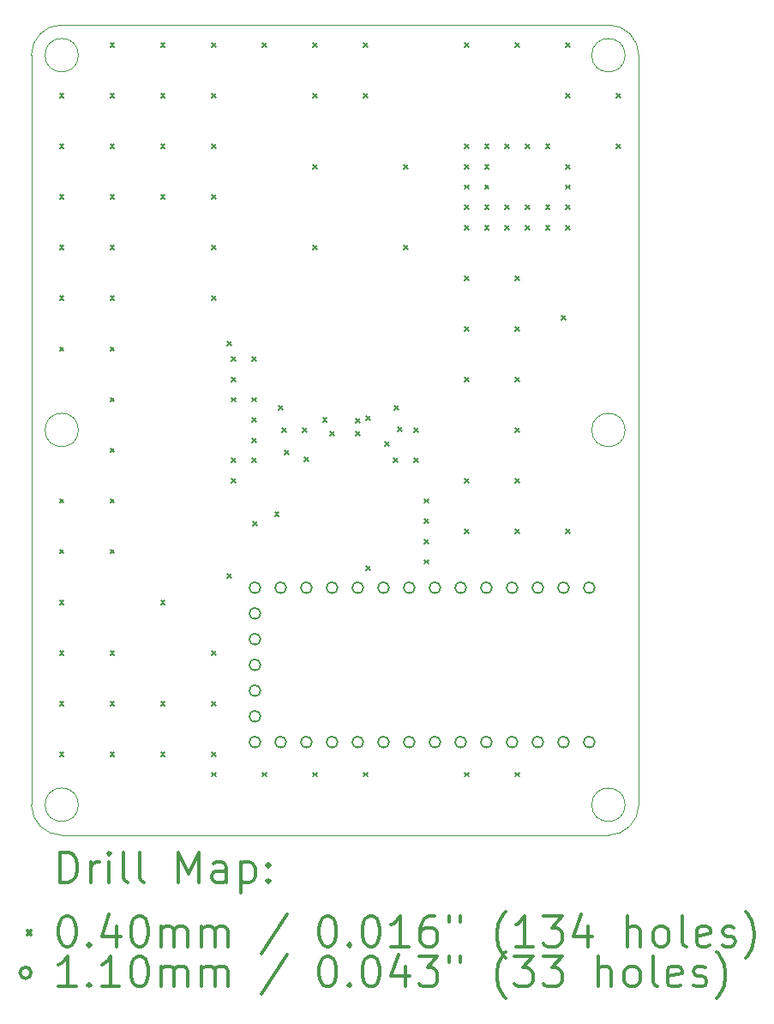
<source format=gbr>
%FSLAX45Y45*%
G04 Gerber Fmt 4.5, Leading zero omitted, Abs format (unit mm)*
G04 Created by KiCad (PCBNEW (5.1.9)-1) date 2021-08-06 16:11:33*
%MOMM*%
%LPD*%
G01*
G04 APERTURE LIST*
%TA.AperFunction,Profile*%
%ADD10C,0.050000*%
%TD*%
%ADD11C,0.200000*%
%ADD12C,0.300000*%
G04 APERTURE END LIST*
D10*
X11465000Y-10000000D02*
G75*
G03*
X11465000Y-10000000I-165000J0D01*
G01*
X16865000Y-10000000D02*
G75*
G03*
X16865000Y-10000000I-165000J0D01*
G01*
X16865000Y-13700000D02*
G75*
G03*
X16865000Y-13700000I-165000J0D01*
G01*
X11465000Y-13700000D02*
G75*
G03*
X11465000Y-13700000I-165000J0D01*
G01*
X11465000Y-6300000D02*
G75*
G03*
X11465000Y-6300000I-165000J0D01*
G01*
X16865000Y-6300000D02*
G75*
G03*
X16865000Y-6300000I-165000J0D01*
G01*
X11300000Y-14000000D02*
X16700000Y-14000000D01*
X11000000Y-6300000D02*
X11000000Y-13700000D01*
X16700000Y-6000000D02*
X11300000Y-6000000D01*
X17000000Y-13700000D02*
G75*
G02*
X16700000Y-14000000I-300000J0D01*
G01*
X17000000Y-6300000D02*
X17000000Y-13700000D01*
X11300000Y-14000000D02*
G75*
G02*
X11000000Y-13700000I0J300000D01*
G01*
X16700000Y-6000000D02*
G75*
G02*
X17000000Y-6300000I0J-300000D01*
G01*
X11000000Y-6300000D02*
G75*
G02*
X11300000Y-6000000I300000J0D01*
G01*
D11*
X11280000Y-6680000D02*
X11320000Y-6720000D01*
X11320000Y-6680000D02*
X11280000Y-6720000D01*
X11280000Y-7180000D02*
X11320000Y-7220000D01*
X11320000Y-7180000D02*
X11280000Y-7220000D01*
X11280000Y-7680000D02*
X11320000Y-7720000D01*
X11320000Y-7680000D02*
X11280000Y-7720000D01*
X11280000Y-8180000D02*
X11320000Y-8220000D01*
X11320000Y-8180000D02*
X11280000Y-8220000D01*
X11280000Y-8680000D02*
X11320000Y-8720000D01*
X11320000Y-8680000D02*
X11280000Y-8720000D01*
X11280000Y-9180000D02*
X11320000Y-9220000D01*
X11320000Y-9180000D02*
X11280000Y-9220000D01*
X11280000Y-10680000D02*
X11320000Y-10720000D01*
X11320000Y-10680000D02*
X11280000Y-10720000D01*
X11280000Y-11180000D02*
X11320000Y-11220000D01*
X11320000Y-11180000D02*
X11280000Y-11220000D01*
X11280000Y-11680000D02*
X11320000Y-11720000D01*
X11320000Y-11680000D02*
X11280000Y-11720000D01*
X11280000Y-12180000D02*
X11320000Y-12220000D01*
X11320000Y-12180000D02*
X11280000Y-12220000D01*
X11280000Y-12680000D02*
X11320000Y-12720000D01*
X11320000Y-12680000D02*
X11280000Y-12720000D01*
X11280000Y-13180000D02*
X11320000Y-13220000D01*
X11320000Y-13180000D02*
X11280000Y-13220000D01*
X11780000Y-6180000D02*
X11820000Y-6220000D01*
X11820000Y-6180000D02*
X11780000Y-6220000D01*
X11780000Y-6680000D02*
X11820000Y-6720000D01*
X11820000Y-6680000D02*
X11780000Y-6720000D01*
X11780000Y-7180000D02*
X11820000Y-7220000D01*
X11820000Y-7180000D02*
X11780000Y-7220000D01*
X11780000Y-7680000D02*
X11820000Y-7720000D01*
X11820000Y-7680000D02*
X11780000Y-7720000D01*
X11780000Y-8180000D02*
X11820000Y-8220000D01*
X11820000Y-8180000D02*
X11780000Y-8220000D01*
X11780000Y-8680000D02*
X11820000Y-8720000D01*
X11820000Y-8680000D02*
X11780000Y-8720000D01*
X11780000Y-9180000D02*
X11820000Y-9220000D01*
X11820000Y-9180000D02*
X11780000Y-9220000D01*
X11780000Y-9680000D02*
X11820000Y-9720000D01*
X11820000Y-9680000D02*
X11780000Y-9720000D01*
X11780000Y-10180000D02*
X11820000Y-10220000D01*
X11820000Y-10180000D02*
X11780000Y-10220000D01*
X11780000Y-10680000D02*
X11820000Y-10720000D01*
X11820000Y-10680000D02*
X11780000Y-10720000D01*
X11780000Y-11180000D02*
X11820000Y-11220000D01*
X11820000Y-11180000D02*
X11780000Y-11220000D01*
X11780000Y-12180000D02*
X11820000Y-12220000D01*
X11820000Y-12180000D02*
X11780000Y-12220000D01*
X11780000Y-12680000D02*
X11820000Y-12720000D01*
X11820000Y-12680000D02*
X11780000Y-12720000D01*
X11780000Y-13180000D02*
X11820000Y-13220000D01*
X11820000Y-13180000D02*
X11780000Y-13220000D01*
X12280000Y-6180000D02*
X12320000Y-6220000D01*
X12320000Y-6180000D02*
X12280000Y-6220000D01*
X12280000Y-6680000D02*
X12320000Y-6720000D01*
X12320000Y-6680000D02*
X12280000Y-6720000D01*
X12280000Y-7180000D02*
X12320000Y-7220000D01*
X12320000Y-7180000D02*
X12280000Y-7220000D01*
X12280000Y-7680000D02*
X12320000Y-7720000D01*
X12320000Y-7680000D02*
X12280000Y-7720000D01*
X12280000Y-11680000D02*
X12320000Y-11720000D01*
X12320000Y-11680000D02*
X12280000Y-11720000D01*
X12280000Y-12680000D02*
X12320000Y-12720000D01*
X12320000Y-12680000D02*
X12280000Y-12720000D01*
X12280000Y-13180000D02*
X12320000Y-13220000D01*
X12320000Y-13180000D02*
X12280000Y-13220000D01*
X12780000Y-6180000D02*
X12820000Y-6220000D01*
X12820000Y-6180000D02*
X12780000Y-6220000D01*
X12780000Y-6680000D02*
X12820000Y-6720000D01*
X12820000Y-6680000D02*
X12780000Y-6720000D01*
X12780000Y-7180000D02*
X12820000Y-7220000D01*
X12820000Y-7180000D02*
X12780000Y-7220000D01*
X12780000Y-7680000D02*
X12820000Y-7720000D01*
X12820000Y-7680000D02*
X12780000Y-7720000D01*
X12780000Y-8180000D02*
X12820000Y-8220000D01*
X12820000Y-8180000D02*
X12780000Y-8220000D01*
X12780000Y-8680000D02*
X12820000Y-8720000D01*
X12820000Y-8680000D02*
X12780000Y-8720000D01*
X12780000Y-12180000D02*
X12820000Y-12220000D01*
X12820000Y-12180000D02*
X12780000Y-12220000D01*
X12780000Y-12680000D02*
X12820000Y-12720000D01*
X12820000Y-12680000D02*
X12780000Y-12720000D01*
X12780000Y-13180000D02*
X12820000Y-13220000D01*
X12820000Y-13180000D02*
X12780000Y-13220000D01*
X12780000Y-13380000D02*
X12820000Y-13420000D01*
X12820000Y-13380000D02*
X12780000Y-13420000D01*
X12934000Y-9124000D02*
X12974000Y-9164000D01*
X12974000Y-9124000D02*
X12934000Y-9164000D01*
X12934000Y-11422043D02*
X12974000Y-11462043D01*
X12974000Y-11422043D02*
X12934000Y-11462043D01*
X12980000Y-9280000D02*
X13020000Y-9320000D01*
X13020000Y-9280000D02*
X12980000Y-9320000D01*
X12980000Y-9480000D02*
X13020000Y-9520000D01*
X13020000Y-9480000D02*
X12980000Y-9520000D01*
X12980000Y-9680000D02*
X13020000Y-9720000D01*
X13020000Y-9680000D02*
X12980000Y-9720000D01*
X12980000Y-10280000D02*
X13020000Y-10320000D01*
X13020000Y-10280000D02*
X12980000Y-10320000D01*
X12980000Y-10480000D02*
X13020000Y-10520000D01*
X13020000Y-10480000D02*
X12980000Y-10520000D01*
X13180000Y-9280000D02*
X13220000Y-9320000D01*
X13220000Y-9280000D02*
X13180000Y-9320000D01*
X13180000Y-9680000D02*
X13220000Y-9720000D01*
X13220000Y-9680000D02*
X13180000Y-9720000D01*
X13180000Y-9880000D02*
X13220000Y-9920000D01*
X13220000Y-9880000D02*
X13180000Y-9920000D01*
X13180000Y-10080000D02*
X13220000Y-10120000D01*
X13220000Y-10080000D02*
X13180000Y-10120000D01*
X13180000Y-10280000D02*
X13220000Y-10320000D01*
X13220000Y-10280000D02*
X13180000Y-10320000D01*
X13188000Y-10902000D02*
X13228000Y-10942000D01*
X13228000Y-10902000D02*
X13188000Y-10942000D01*
X13280000Y-6180000D02*
X13320000Y-6220000D01*
X13320000Y-6180000D02*
X13280000Y-6220000D01*
X13280000Y-13380000D02*
X13320000Y-13420000D01*
X13320000Y-13380000D02*
X13280000Y-13420000D01*
X13405000Y-10812000D02*
X13445000Y-10852000D01*
X13445000Y-10812000D02*
X13405000Y-10852000D01*
X13442000Y-9759000D02*
X13482000Y-9799000D01*
X13482000Y-9759000D02*
X13442000Y-9799000D01*
X13480000Y-9980000D02*
X13520000Y-10020000D01*
X13520000Y-9980000D02*
X13480000Y-10020000D01*
X13505000Y-10204000D02*
X13545000Y-10244000D01*
X13545000Y-10204000D02*
X13505000Y-10244000D01*
X13680000Y-9980000D02*
X13720000Y-10020000D01*
X13720000Y-9980000D02*
X13680000Y-10020000D01*
X13696000Y-10267000D02*
X13736000Y-10307000D01*
X13736000Y-10267000D02*
X13696000Y-10307000D01*
X13780000Y-6180000D02*
X13820000Y-6220000D01*
X13820000Y-6180000D02*
X13780000Y-6220000D01*
X13780000Y-6680000D02*
X13820000Y-6720000D01*
X13820000Y-6680000D02*
X13780000Y-6720000D01*
X13780000Y-7380000D02*
X13820000Y-7420000D01*
X13820000Y-7380000D02*
X13780000Y-7420000D01*
X13780000Y-8180000D02*
X13820000Y-8220000D01*
X13820000Y-8180000D02*
X13780000Y-8220000D01*
X13780000Y-13380000D02*
X13820000Y-13420000D01*
X13820000Y-13380000D02*
X13780000Y-13420000D01*
X13880000Y-9880000D02*
X13920000Y-9920000D01*
X13920000Y-9880000D02*
X13880000Y-9920000D01*
X13950000Y-10013000D02*
X13990000Y-10053000D01*
X13990000Y-10013000D02*
X13950000Y-10053000D01*
X14204000Y-10013000D02*
X14244000Y-10053000D01*
X14244000Y-10013000D02*
X14204000Y-10053000D01*
X14205000Y-9885000D02*
X14245000Y-9925000D01*
X14245000Y-9885000D02*
X14205000Y-9925000D01*
X14280000Y-6180000D02*
X14320000Y-6220000D01*
X14320000Y-6180000D02*
X14280000Y-6220000D01*
X14280000Y-6680000D02*
X14320000Y-6720000D01*
X14320000Y-6680000D02*
X14280000Y-6720000D01*
X14280000Y-13380000D02*
X14320000Y-13420000D01*
X14320000Y-13380000D02*
X14280000Y-13420000D01*
X14305000Y-9860000D02*
X14345000Y-9900000D01*
X14345000Y-9860000D02*
X14305000Y-9900000D01*
X14305600Y-11346500D02*
X14345600Y-11386500D01*
X14345600Y-11346500D02*
X14305600Y-11386500D01*
X14496100Y-10114600D02*
X14536100Y-10154600D01*
X14536100Y-10114600D02*
X14496100Y-10154600D01*
X14580000Y-10280000D02*
X14620000Y-10320000D01*
X14620000Y-10280000D02*
X14580000Y-10320000D01*
X14585000Y-9759000D02*
X14625000Y-9799000D01*
X14625000Y-9759000D02*
X14585000Y-9799000D01*
X14623100Y-9974900D02*
X14663100Y-10014900D01*
X14663100Y-9974900D02*
X14623100Y-10014900D01*
X14680000Y-7380000D02*
X14720000Y-7420000D01*
X14720000Y-7380000D02*
X14680000Y-7420000D01*
X14680000Y-8180000D02*
X14720000Y-8220000D01*
X14720000Y-8180000D02*
X14680000Y-8220000D01*
X14780000Y-9980000D02*
X14820000Y-10020000D01*
X14820000Y-9980000D02*
X14780000Y-10020000D01*
X14780000Y-10280000D02*
X14820000Y-10320000D01*
X14820000Y-10280000D02*
X14780000Y-10320000D01*
X14880000Y-10680000D02*
X14920000Y-10720000D01*
X14920000Y-10680000D02*
X14880000Y-10720000D01*
X14880000Y-10880000D02*
X14920000Y-10920000D01*
X14920000Y-10880000D02*
X14880000Y-10920000D01*
X14880000Y-11080000D02*
X14920000Y-11120000D01*
X14920000Y-11080000D02*
X14880000Y-11120000D01*
X14880000Y-11280000D02*
X14920000Y-11320000D01*
X14920000Y-11280000D02*
X14880000Y-11320000D01*
X15280000Y-6180000D02*
X15320000Y-6220000D01*
X15320000Y-6180000D02*
X15280000Y-6220000D01*
X15280000Y-7180000D02*
X15320000Y-7220000D01*
X15320000Y-7180000D02*
X15280000Y-7220000D01*
X15280000Y-7380000D02*
X15320000Y-7420000D01*
X15320000Y-7380000D02*
X15280000Y-7420000D01*
X15280000Y-7580000D02*
X15320000Y-7620000D01*
X15320000Y-7580000D02*
X15280000Y-7620000D01*
X15280000Y-7780000D02*
X15320000Y-7820000D01*
X15320000Y-7780000D02*
X15280000Y-7820000D01*
X15280000Y-7980000D02*
X15320000Y-8020000D01*
X15320000Y-7980000D02*
X15280000Y-8020000D01*
X15280000Y-8480000D02*
X15320000Y-8520000D01*
X15320000Y-8480000D02*
X15280000Y-8520000D01*
X15280000Y-8980000D02*
X15320000Y-9020000D01*
X15320000Y-8980000D02*
X15280000Y-9020000D01*
X15280000Y-9480000D02*
X15320000Y-9520000D01*
X15320000Y-9480000D02*
X15280000Y-9520000D01*
X15280000Y-10480000D02*
X15320000Y-10520000D01*
X15320000Y-10480000D02*
X15280000Y-10520000D01*
X15280000Y-10980000D02*
X15320000Y-11020000D01*
X15320000Y-10980000D02*
X15280000Y-11020000D01*
X15280000Y-13380000D02*
X15320000Y-13420000D01*
X15320000Y-13380000D02*
X15280000Y-13420000D01*
X15480000Y-7180000D02*
X15520000Y-7220000D01*
X15520000Y-7180000D02*
X15480000Y-7220000D01*
X15480000Y-7380000D02*
X15520000Y-7420000D01*
X15520000Y-7380000D02*
X15480000Y-7420000D01*
X15480000Y-7580000D02*
X15520000Y-7620000D01*
X15520000Y-7580000D02*
X15480000Y-7620000D01*
X15480000Y-7780000D02*
X15520000Y-7820000D01*
X15520000Y-7780000D02*
X15480000Y-7820000D01*
X15480000Y-7980000D02*
X15520000Y-8020000D01*
X15520000Y-7980000D02*
X15480000Y-8020000D01*
X15680000Y-7180000D02*
X15720000Y-7220000D01*
X15720000Y-7180000D02*
X15680000Y-7220000D01*
X15680000Y-7780000D02*
X15720000Y-7820000D01*
X15720000Y-7780000D02*
X15680000Y-7820000D01*
X15680000Y-7980000D02*
X15720000Y-8020000D01*
X15720000Y-7980000D02*
X15680000Y-8020000D01*
X15780000Y-6180000D02*
X15820000Y-6220000D01*
X15820000Y-6180000D02*
X15780000Y-6220000D01*
X15780000Y-8480000D02*
X15820000Y-8520000D01*
X15820000Y-8480000D02*
X15780000Y-8520000D01*
X15780000Y-8980000D02*
X15820000Y-9020000D01*
X15820000Y-8980000D02*
X15780000Y-9020000D01*
X15780000Y-9480000D02*
X15820000Y-9520000D01*
X15820000Y-9480000D02*
X15780000Y-9520000D01*
X15780000Y-9980000D02*
X15820000Y-10020000D01*
X15820000Y-9980000D02*
X15780000Y-10020000D01*
X15780000Y-10480000D02*
X15820000Y-10520000D01*
X15820000Y-10480000D02*
X15780000Y-10520000D01*
X15780000Y-10980000D02*
X15820000Y-11020000D01*
X15820000Y-10980000D02*
X15780000Y-11020000D01*
X15780000Y-13380000D02*
X15820000Y-13420000D01*
X15820000Y-13380000D02*
X15780000Y-13420000D01*
X15880000Y-7180000D02*
X15920000Y-7220000D01*
X15920000Y-7180000D02*
X15880000Y-7220000D01*
X15880000Y-7780000D02*
X15920000Y-7820000D01*
X15920000Y-7780000D02*
X15880000Y-7820000D01*
X15880000Y-7980000D02*
X15920000Y-8020000D01*
X15920000Y-7980000D02*
X15880000Y-8020000D01*
X16080000Y-7180000D02*
X16120000Y-7220000D01*
X16120000Y-7180000D02*
X16080000Y-7220000D01*
X16080000Y-7780000D02*
X16120000Y-7820000D01*
X16120000Y-7780000D02*
X16080000Y-7820000D01*
X16080000Y-7980000D02*
X16120000Y-8020000D01*
X16120000Y-7980000D02*
X16080000Y-8020000D01*
X16236000Y-8870000D02*
X16276000Y-8910000D01*
X16276000Y-8870000D02*
X16236000Y-8910000D01*
X16280000Y-6180000D02*
X16320000Y-6220000D01*
X16320000Y-6180000D02*
X16280000Y-6220000D01*
X16280000Y-6680000D02*
X16320000Y-6720000D01*
X16320000Y-6680000D02*
X16280000Y-6720000D01*
X16280000Y-7380000D02*
X16320000Y-7420000D01*
X16320000Y-7380000D02*
X16280000Y-7420000D01*
X16280000Y-7580000D02*
X16320000Y-7620000D01*
X16320000Y-7580000D02*
X16280000Y-7620000D01*
X16280000Y-7780000D02*
X16320000Y-7820000D01*
X16320000Y-7780000D02*
X16280000Y-7820000D01*
X16280000Y-7980000D02*
X16320000Y-8020000D01*
X16320000Y-7980000D02*
X16280000Y-8020000D01*
X16280000Y-10980000D02*
X16320000Y-11020000D01*
X16320000Y-10980000D02*
X16280000Y-11020000D01*
X16780000Y-6680000D02*
X16820000Y-6720000D01*
X16820000Y-6680000D02*
X16780000Y-6720000D01*
X16780000Y-7180000D02*
X16820000Y-7220000D01*
X16820000Y-7180000D02*
X16780000Y-7220000D01*
X13263000Y-11557000D02*
G75*
G03*
X13263000Y-11557000I-55000J0D01*
G01*
X13263000Y-11811000D02*
G75*
G03*
X13263000Y-11811000I-55000J0D01*
G01*
X13263000Y-12065000D02*
G75*
G03*
X13263000Y-12065000I-55000J0D01*
G01*
X13263000Y-12319000D02*
G75*
G03*
X13263000Y-12319000I-55000J0D01*
G01*
X13263000Y-12573000D02*
G75*
G03*
X13263000Y-12573000I-55000J0D01*
G01*
X13263000Y-12827000D02*
G75*
G03*
X13263000Y-12827000I-55000J0D01*
G01*
X13263000Y-13081000D02*
G75*
G03*
X13263000Y-13081000I-55000J0D01*
G01*
X13517000Y-11557000D02*
G75*
G03*
X13517000Y-11557000I-55000J0D01*
G01*
X13517000Y-13081000D02*
G75*
G03*
X13517000Y-13081000I-55000J0D01*
G01*
X13771000Y-11557000D02*
G75*
G03*
X13771000Y-11557000I-55000J0D01*
G01*
X13771000Y-13081000D02*
G75*
G03*
X13771000Y-13081000I-55000J0D01*
G01*
X14025000Y-11557000D02*
G75*
G03*
X14025000Y-11557000I-55000J0D01*
G01*
X14025000Y-13081000D02*
G75*
G03*
X14025000Y-13081000I-55000J0D01*
G01*
X14279000Y-11557000D02*
G75*
G03*
X14279000Y-11557000I-55000J0D01*
G01*
X14279000Y-13081000D02*
G75*
G03*
X14279000Y-13081000I-55000J0D01*
G01*
X14533000Y-11557000D02*
G75*
G03*
X14533000Y-11557000I-55000J0D01*
G01*
X14533000Y-13081000D02*
G75*
G03*
X14533000Y-13081000I-55000J0D01*
G01*
X14787000Y-11557000D02*
G75*
G03*
X14787000Y-11557000I-55000J0D01*
G01*
X14787000Y-13081000D02*
G75*
G03*
X14787000Y-13081000I-55000J0D01*
G01*
X15041000Y-11557000D02*
G75*
G03*
X15041000Y-11557000I-55000J0D01*
G01*
X15041000Y-13081000D02*
G75*
G03*
X15041000Y-13081000I-55000J0D01*
G01*
X15295000Y-11557000D02*
G75*
G03*
X15295000Y-11557000I-55000J0D01*
G01*
X15295000Y-13081000D02*
G75*
G03*
X15295000Y-13081000I-55000J0D01*
G01*
X15549000Y-11557000D02*
G75*
G03*
X15549000Y-11557000I-55000J0D01*
G01*
X15549000Y-13081000D02*
G75*
G03*
X15549000Y-13081000I-55000J0D01*
G01*
X15803000Y-11557000D02*
G75*
G03*
X15803000Y-11557000I-55000J0D01*
G01*
X15803000Y-13081000D02*
G75*
G03*
X15803000Y-13081000I-55000J0D01*
G01*
X16057000Y-11557000D02*
G75*
G03*
X16057000Y-11557000I-55000J0D01*
G01*
X16057000Y-13081000D02*
G75*
G03*
X16057000Y-13081000I-55000J0D01*
G01*
X16311000Y-11557000D02*
G75*
G03*
X16311000Y-11557000I-55000J0D01*
G01*
X16311000Y-13081000D02*
G75*
G03*
X16311000Y-13081000I-55000J0D01*
G01*
X16565000Y-11557000D02*
G75*
G03*
X16565000Y-11557000I-55000J0D01*
G01*
X16565000Y-13081000D02*
G75*
G03*
X16565000Y-13081000I-55000J0D01*
G01*
D12*
X11283928Y-14468214D02*
X11283928Y-14168214D01*
X11355357Y-14168214D01*
X11398214Y-14182500D01*
X11426786Y-14211071D01*
X11441071Y-14239643D01*
X11455357Y-14296786D01*
X11455357Y-14339643D01*
X11441071Y-14396786D01*
X11426786Y-14425357D01*
X11398214Y-14453929D01*
X11355357Y-14468214D01*
X11283928Y-14468214D01*
X11583928Y-14468214D02*
X11583928Y-14268214D01*
X11583928Y-14325357D02*
X11598214Y-14296786D01*
X11612500Y-14282500D01*
X11641071Y-14268214D01*
X11669643Y-14268214D01*
X11769643Y-14468214D02*
X11769643Y-14268214D01*
X11769643Y-14168214D02*
X11755357Y-14182500D01*
X11769643Y-14196786D01*
X11783928Y-14182500D01*
X11769643Y-14168214D01*
X11769643Y-14196786D01*
X11955357Y-14468214D02*
X11926786Y-14453929D01*
X11912500Y-14425357D01*
X11912500Y-14168214D01*
X12112500Y-14468214D02*
X12083928Y-14453929D01*
X12069643Y-14425357D01*
X12069643Y-14168214D01*
X12455357Y-14468214D02*
X12455357Y-14168214D01*
X12555357Y-14382500D01*
X12655357Y-14168214D01*
X12655357Y-14468214D01*
X12926786Y-14468214D02*
X12926786Y-14311071D01*
X12912500Y-14282500D01*
X12883928Y-14268214D01*
X12826786Y-14268214D01*
X12798214Y-14282500D01*
X12926786Y-14453929D02*
X12898214Y-14468214D01*
X12826786Y-14468214D01*
X12798214Y-14453929D01*
X12783928Y-14425357D01*
X12783928Y-14396786D01*
X12798214Y-14368214D01*
X12826786Y-14353929D01*
X12898214Y-14353929D01*
X12926786Y-14339643D01*
X13069643Y-14268214D02*
X13069643Y-14568214D01*
X13069643Y-14282500D02*
X13098214Y-14268214D01*
X13155357Y-14268214D01*
X13183928Y-14282500D01*
X13198214Y-14296786D01*
X13212500Y-14325357D01*
X13212500Y-14411071D01*
X13198214Y-14439643D01*
X13183928Y-14453929D01*
X13155357Y-14468214D01*
X13098214Y-14468214D01*
X13069643Y-14453929D01*
X13341071Y-14439643D02*
X13355357Y-14453929D01*
X13341071Y-14468214D01*
X13326786Y-14453929D01*
X13341071Y-14439643D01*
X13341071Y-14468214D01*
X13341071Y-14282500D02*
X13355357Y-14296786D01*
X13341071Y-14311071D01*
X13326786Y-14296786D01*
X13341071Y-14282500D01*
X13341071Y-14311071D01*
X10957500Y-14942500D02*
X10997500Y-14982500D01*
X10997500Y-14942500D02*
X10957500Y-14982500D01*
X11341071Y-14798214D02*
X11369643Y-14798214D01*
X11398214Y-14812500D01*
X11412500Y-14826786D01*
X11426786Y-14855357D01*
X11441071Y-14912500D01*
X11441071Y-14983929D01*
X11426786Y-15041071D01*
X11412500Y-15069643D01*
X11398214Y-15083929D01*
X11369643Y-15098214D01*
X11341071Y-15098214D01*
X11312500Y-15083929D01*
X11298214Y-15069643D01*
X11283928Y-15041071D01*
X11269643Y-14983929D01*
X11269643Y-14912500D01*
X11283928Y-14855357D01*
X11298214Y-14826786D01*
X11312500Y-14812500D01*
X11341071Y-14798214D01*
X11569643Y-15069643D02*
X11583928Y-15083929D01*
X11569643Y-15098214D01*
X11555357Y-15083929D01*
X11569643Y-15069643D01*
X11569643Y-15098214D01*
X11841071Y-14898214D02*
X11841071Y-15098214D01*
X11769643Y-14783929D02*
X11698214Y-14998214D01*
X11883928Y-14998214D01*
X12055357Y-14798214D02*
X12083928Y-14798214D01*
X12112500Y-14812500D01*
X12126786Y-14826786D01*
X12141071Y-14855357D01*
X12155357Y-14912500D01*
X12155357Y-14983929D01*
X12141071Y-15041071D01*
X12126786Y-15069643D01*
X12112500Y-15083929D01*
X12083928Y-15098214D01*
X12055357Y-15098214D01*
X12026786Y-15083929D01*
X12012500Y-15069643D01*
X11998214Y-15041071D01*
X11983928Y-14983929D01*
X11983928Y-14912500D01*
X11998214Y-14855357D01*
X12012500Y-14826786D01*
X12026786Y-14812500D01*
X12055357Y-14798214D01*
X12283928Y-15098214D02*
X12283928Y-14898214D01*
X12283928Y-14926786D02*
X12298214Y-14912500D01*
X12326786Y-14898214D01*
X12369643Y-14898214D01*
X12398214Y-14912500D01*
X12412500Y-14941071D01*
X12412500Y-15098214D01*
X12412500Y-14941071D02*
X12426786Y-14912500D01*
X12455357Y-14898214D01*
X12498214Y-14898214D01*
X12526786Y-14912500D01*
X12541071Y-14941071D01*
X12541071Y-15098214D01*
X12683928Y-15098214D02*
X12683928Y-14898214D01*
X12683928Y-14926786D02*
X12698214Y-14912500D01*
X12726786Y-14898214D01*
X12769643Y-14898214D01*
X12798214Y-14912500D01*
X12812500Y-14941071D01*
X12812500Y-15098214D01*
X12812500Y-14941071D02*
X12826786Y-14912500D01*
X12855357Y-14898214D01*
X12898214Y-14898214D01*
X12926786Y-14912500D01*
X12941071Y-14941071D01*
X12941071Y-15098214D01*
X13526786Y-14783929D02*
X13269643Y-15169643D01*
X13912500Y-14798214D02*
X13941071Y-14798214D01*
X13969643Y-14812500D01*
X13983928Y-14826786D01*
X13998214Y-14855357D01*
X14012500Y-14912500D01*
X14012500Y-14983929D01*
X13998214Y-15041071D01*
X13983928Y-15069643D01*
X13969643Y-15083929D01*
X13941071Y-15098214D01*
X13912500Y-15098214D01*
X13883928Y-15083929D01*
X13869643Y-15069643D01*
X13855357Y-15041071D01*
X13841071Y-14983929D01*
X13841071Y-14912500D01*
X13855357Y-14855357D01*
X13869643Y-14826786D01*
X13883928Y-14812500D01*
X13912500Y-14798214D01*
X14141071Y-15069643D02*
X14155357Y-15083929D01*
X14141071Y-15098214D01*
X14126786Y-15083929D01*
X14141071Y-15069643D01*
X14141071Y-15098214D01*
X14341071Y-14798214D02*
X14369643Y-14798214D01*
X14398214Y-14812500D01*
X14412500Y-14826786D01*
X14426786Y-14855357D01*
X14441071Y-14912500D01*
X14441071Y-14983929D01*
X14426786Y-15041071D01*
X14412500Y-15069643D01*
X14398214Y-15083929D01*
X14369643Y-15098214D01*
X14341071Y-15098214D01*
X14312500Y-15083929D01*
X14298214Y-15069643D01*
X14283928Y-15041071D01*
X14269643Y-14983929D01*
X14269643Y-14912500D01*
X14283928Y-14855357D01*
X14298214Y-14826786D01*
X14312500Y-14812500D01*
X14341071Y-14798214D01*
X14726786Y-15098214D02*
X14555357Y-15098214D01*
X14641071Y-15098214D02*
X14641071Y-14798214D01*
X14612500Y-14841071D01*
X14583928Y-14869643D01*
X14555357Y-14883929D01*
X14983928Y-14798214D02*
X14926786Y-14798214D01*
X14898214Y-14812500D01*
X14883928Y-14826786D01*
X14855357Y-14869643D01*
X14841071Y-14926786D01*
X14841071Y-15041071D01*
X14855357Y-15069643D01*
X14869643Y-15083929D01*
X14898214Y-15098214D01*
X14955357Y-15098214D01*
X14983928Y-15083929D01*
X14998214Y-15069643D01*
X15012500Y-15041071D01*
X15012500Y-14969643D01*
X14998214Y-14941071D01*
X14983928Y-14926786D01*
X14955357Y-14912500D01*
X14898214Y-14912500D01*
X14869643Y-14926786D01*
X14855357Y-14941071D01*
X14841071Y-14969643D01*
X15126786Y-14798214D02*
X15126786Y-14855357D01*
X15241071Y-14798214D02*
X15241071Y-14855357D01*
X15683928Y-15212500D02*
X15669643Y-15198214D01*
X15641071Y-15155357D01*
X15626786Y-15126786D01*
X15612500Y-15083929D01*
X15598214Y-15012500D01*
X15598214Y-14955357D01*
X15612500Y-14883929D01*
X15626786Y-14841071D01*
X15641071Y-14812500D01*
X15669643Y-14769643D01*
X15683928Y-14755357D01*
X15955357Y-15098214D02*
X15783928Y-15098214D01*
X15869643Y-15098214D02*
X15869643Y-14798214D01*
X15841071Y-14841071D01*
X15812500Y-14869643D01*
X15783928Y-14883929D01*
X16055357Y-14798214D02*
X16241071Y-14798214D01*
X16141071Y-14912500D01*
X16183928Y-14912500D01*
X16212500Y-14926786D01*
X16226786Y-14941071D01*
X16241071Y-14969643D01*
X16241071Y-15041071D01*
X16226786Y-15069643D01*
X16212500Y-15083929D01*
X16183928Y-15098214D01*
X16098214Y-15098214D01*
X16069643Y-15083929D01*
X16055357Y-15069643D01*
X16498214Y-14898214D02*
X16498214Y-15098214D01*
X16426786Y-14783929D02*
X16355357Y-14998214D01*
X16541071Y-14998214D01*
X16883928Y-15098214D02*
X16883928Y-14798214D01*
X17012500Y-15098214D02*
X17012500Y-14941071D01*
X16998214Y-14912500D01*
X16969643Y-14898214D01*
X16926786Y-14898214D01*
X16898214Y-14912500D01*
X16883928Y-14926786D01*
X17198214Y-15098214D02*
X17169643Y-15083929D01*
X17155357Y-15069643D01*
X17141071Y-15041071D01*
X17141071Y-14955357D01*
X17155357Y-14926786D01*
X17169643Y-14912500D01*
X17198214Y-14898214D01*
X17241071Y-14898214D01*
X17269643Y-14912500D01*
X17283928Y-14926786D01*
X17298214Y-14955357D01*
X17298214Y-15041071D01*
X17283928Y-15069643D01*
X17269643Y-15083929D01*
X17241071Y-15098214D01*
X17198214Y-15098214D01*
X17469643Y-15098214D02*
X17441071Y-15083929D01*
X17426786Y-15055357D01*
X17426786Y-14798214D01*
X17698214Y-15083929D02*
X17669643Y-15098214D01*
X17612500Y-15098214D01*
X17583928Y-15083929D01*
X17569643Y-15055357D01*
X17569643Y-14941071D01*
X17583928Y-14912500D01*
X17612500Y-14898214D01*
X17669643Y-14898214D01*
X17698214Y-14912500D01*
X17712500Y-14941071D01*
X17712500Y-14969643D01*
X17569643Y-14998214D01*
X17826786Y-15083929D02*
X17855357Y-15098214D01*
X17912500Y-15098214D01*
X17941071Y-15083929D01*
X17955357Y-15055357D01*
X17955357Y-15041071D01*
X17941071Y-15012500D01*
X17912500Y-14998214D01*
X17869643Y-14998214D01*
X17841071Y-14983929D01*
X17826786Y-14955357D01*
X17826786Y-14941071D01*
X17841071Y-14912500D01*
X17869643Y-14898214D01*
X17912500Y-14898214D01*
X17941071Y-14912500D01*
X18055357Y-15212500D02*
X18069643Y-15198214D01*
X18098214Y-15155357D01*
X18112500Y-15126786D01*
X18126786Y-15083929D01*
X18141071Y-15012500D01*
X18141071Y-14955357D01*
X18126786Y-14883929D01*
X18112500Y-14841071D01*
X18098214Y-14812500D01*
X18069643Y-14769643D01*
X18055357Y-14755357D01*
X10997500Y-15358500D02*
G75*
G03*
X10997500Y-15358500I-55000J0D01*
G01*
X11441071Y-15494214D02*
X11269643Y-15494214D01*
X11355357Y-15494214D02*
X11355357Y-15194214D01*
X11326786Y-15237071D01*
X11298214Y-15265643D01*
X11269643Y-15279929D01*
X11569643Y-15465643D02*
X11583928Y-15479929D01*
X11569643Y-15494214D01*
X11555357Y-15479929D01*
X11569643Y-15465643D01*
X11569643Y-15494214D01*
X11869643Y-15494214D02*
X11698214Y-15494214D01*
X11783928Y-15494214D02*
X11783928Y-15194214D01*
X11755357Y-15237071D01*
X11726786Y-15265643D01*
X11698214Y-15279929D01*
X12055357Y-15194214D02*
X12083928Y-15194214D01*
X12112500Y-15208500D01*
X12126786Y-15222786D01*
X12141071Y-15251357D01*
X12155357Y-15308500D01*
X12155357Y-15379929D01*
X12141071Y-15437071D01*
X12126786Y-15465643D01*
X12112500Y-15479929D01*
X12083928Y-15494214D01*
X12055357Y-15494214D01*
X12026786Y-15479929D01*
X12012500Y-15465643D01*
X11998214Y-15437071D01*
X11983928Y-15379929D01*
X11983928Y-15308500D01*
X11998214Y-15251357D01*
X12012500Y-15222786D01*
X12026786Y-15208500D01*
X12055357Y-15194214D01*
X12283928Y-15494214D02*
X12283928Y-15294214D01*
X12283928Y-15322786D02*
X12298214Y-15308500D01*
X12326786Y-15294214D01*
X12369643Y-15294214D01*
X12398214Y-15308500D01*
X12412500Y-15337071D01*
X12412500Y-15494214D01*
X12412500Y-15337071D02*
X12426786Y-15308500D01*
X12455357Y-15294214D01*
X12498214Y-15294214D01*
X12526786Y-15308500D01*
X12541071Y-15337071D01*
X12541071Y-15494214D01*
X12683928Y-15494214D02*
X12683928Y-15294214D01*
X12683928Y-15322786D02*
X12698214Y-15308500D01*
X12726786Y-15294214D01*
X12769643Y-15294214D01*
X12798214Y-15308500D01*
X12812500Y-15337071D01*
X12812500Y-15494214D01*
X12812500Y-15337071D02*
X12826786Y-15308500D01*
X12855357Y-15294214D01*
X12898214Y-15294214D01*
X12926786Y-15308500D01*
X12941071Y-15337071D01*
X12941071Y-15494214D01*
X13526786Y-15179929D02*
X13269643Y-15565643D01*
X13912500Y-15194214D02*
X13941071Y-15194214D01*
X13969643Y-15208500D01*
X13983928Y-15222786D01*
X13998214Y-15251357D01*
X14012500Y-15308500D01*
X14012500Y-15379929D01*
X13998214Y-15437071D01*
X13983928Y-15465643D01*
X13969643Y-15479929D01*
X13941071Y-15494214D01*
X13912500Y-15494214D01*
X13883928Y-15479929D01*
X13869643Y-15465643D01*
X13855357Y-15437071D01*
X13841071Y-15379929D01*
X13841071Y-15308500D01*
X13855357Y-15251357D01*
X13869643Y-15222786D01*
X13883928Y-15208500D01*
X13912500Y-15194214D01*
X14141071Y-15465643D02*
X14155357Y-15479929D01*
X14141071Y-15494214D01*
X14126786Y-15479929D01*
X14141071Y-15465643D01*
X14141071Y-15494214D01*
X14341071Y-15194214D02*
X14369643Y-15194214D01*
X14398214Y-15208500D01*
X14412500Y-15222786D01*
X14426786Y-15251357D01*
X14441071Y-15308500D01*
X14441071Y-15379929D01*
X14426786Y-15437071D01*
X14412500Y-15465643D01*
X14398214Y-15479929D01*
X14369643Y-15494214D01*
X14341071Y-15494214D01*
X14312500Y-15479929D01*
X14298214Y-15465643D01*
X14283928Y-15437071D01*
X14269643Y-15379929D01*
X14269643Y-15308500D01*
X14283928Y-15251357D01*
X14298214Y-15222786D01*
X14312500Y-15208500D01*
X14341071Y-15194214D01*
X14698214Y-15294214D02*
X14698214Y-15494214D01*
X14626786Y-15179929D02*
X14555357Y-15394214D01*
X14741071Y-15394214D01*
X14826786Y-15194214D02*
X15012500Y-15194214D01*
X14912500Y-15308500D01*
X14955357Y-15308500D01*
X14983928Y-15322786D01*
X14998214Y-15337071D01*
X15012500Y-15365643D01*
X15012500Y-15437071D01*
X14998214Y-15465643D01*
X14983928Y-15479929D01*
X14955357Y-15494214D01*
X14869643Y-15494214D01*
X14841071Y-15479929D01*
X14826786Y-15465643D01*
X15126786Y-15194214D02*
X15126786Y-15251357D01*
X15241071Y-15194214D02*
X15241071Y-15251357D01*
X15683928Y-15608500D02*
X15669643Y-15594214D01*
X15641071Y-15551357D01*
X15626786Y-15522786D01*
X15612500Y-15479929D01*
X15598214Y-15408500D01*
X15598214Y-15351357D01*
X15612500Y-15279929D01*
X15626786Y-15237071D01*
X15641071Y-15208500D01*
X15669643Y-15165643D01*
X15683928Y-15151357D01*
X15769643Y-15194214D02*
X15955357Y-15194214D01*
X15855357Y-15308500D01*
X15898214Y-15308500D01*
X15926786Y-15322786D01*
X15941071Y-15337071D01*
X15955357Y-15365643D01*
X15955357Y-15437071D01*
X15941071Y-15465643D01*
X15926786Y-15479929D01*
X15898214Y-15494214D01*
X15812500Y-15494214D01*
X15783928Y-15479929D01*
X15769643Y-15465643D01*
X16055357Y-15194214D02*
X16241071Y-15194214D01*
X16141071Y-15308500D01*
X16183928Y-15308500D01*
X16212500Y-15322786D01*
X16226786Y-15337071D01*
X16241071Y-15365643D01*
X16241071Y-15437071D01*
X16226786Y-15465643D01*
X16212500Y-15479929D01*
X16183928Y-15494214D01*
X16098214Y-15494214D01*
X16069643Y-15479929D01*
X16055357Y-15465643D01*
X16598214Y-15494214D02*
X16598214Y-15194214D01*
X16726786Y-15494214D02*
X16726786Y-15337071D01*
X16712500Y-15308500D01*
X16683928Y-15294214D01*
X16641071Y-15294214D01*
X16612500Y-15308500D01*
X16598214Y-15322786D01*
X16912500Y-15494214D02*
X16883928Y-15479929D01*
X16869643Y-15465643D01*
X16855357Y-15437071D01*
X16855357Y-15351357D01*
X16869643Y-15322786D01*
X16883928Y-15308500D01*
X16912500Y-15294214D01*
X16955357Y-15294214D01*
X16983928Y-15308500D01*
X16998214Y-15322786D01*
X17012500Y-15351357D01*
X17012500Y-15437071D01*
X16998214Y-15465643D01*
X16983928Y-15479929D01*
X16955357Y-15494214D01*
X16912500Y-15494214D01*
X17183928Y-15494214D02*
X17155357Y-15479929D01*
X17141071Y-15451357D01*
X17141071Y-15194214D01*
X17412500Y-15479929D02*
X17383928Y-15494214D01*
X17326786Y-15494214D01*
X17298214Y-15479929D01*
X17283928Y-15451357D01*
X17283928Y-15337071D01*
X17298214Y-15308500D01*
X17326786Y-15294214D01*
X17383928Y-15294214D01*
X17412500Y-15308500D01*
X17426786Y-15337071D01*
X17426786Y-15365643D01*
X17283928Y-15394214D01*
X17541071Y-15479929D02*
X17569643Y-15494214D01*
X17626786Y-15494214D01*
X17655357Y-15479929D01*
X17669643Y-15451357D01*
X17669643Y-15437071D01*
X17655357Y-15408500D01*
X17626786Y-15394214D01*
X17583928Y-15394214D01*
X17555357Y-15379929D01*
X17541071Y-15351357D01*
X17541071Y-15337071D01*
X17555357Y-15308500D01*
X17583928Y-15294214D01*
X17626786Y-15294214D01*
X17655357Y-15308500D01*
X17769643Y-15608500D02*
X17783928Y-15594214D01*
X17812500Y-15551357D01*
X17826786Y-15522786D01*
X17841071Y-15479929D01*
X17855357Y-15408500D01*
X17855357Y-15351357D01*
X17841071Y-15279929D01*
X17826786Y-15237071D01*
X17812500Y-15208500D01*
X17783928Y-15165643D01*
X17769643Y-15151357D01*
M02*

</source>
